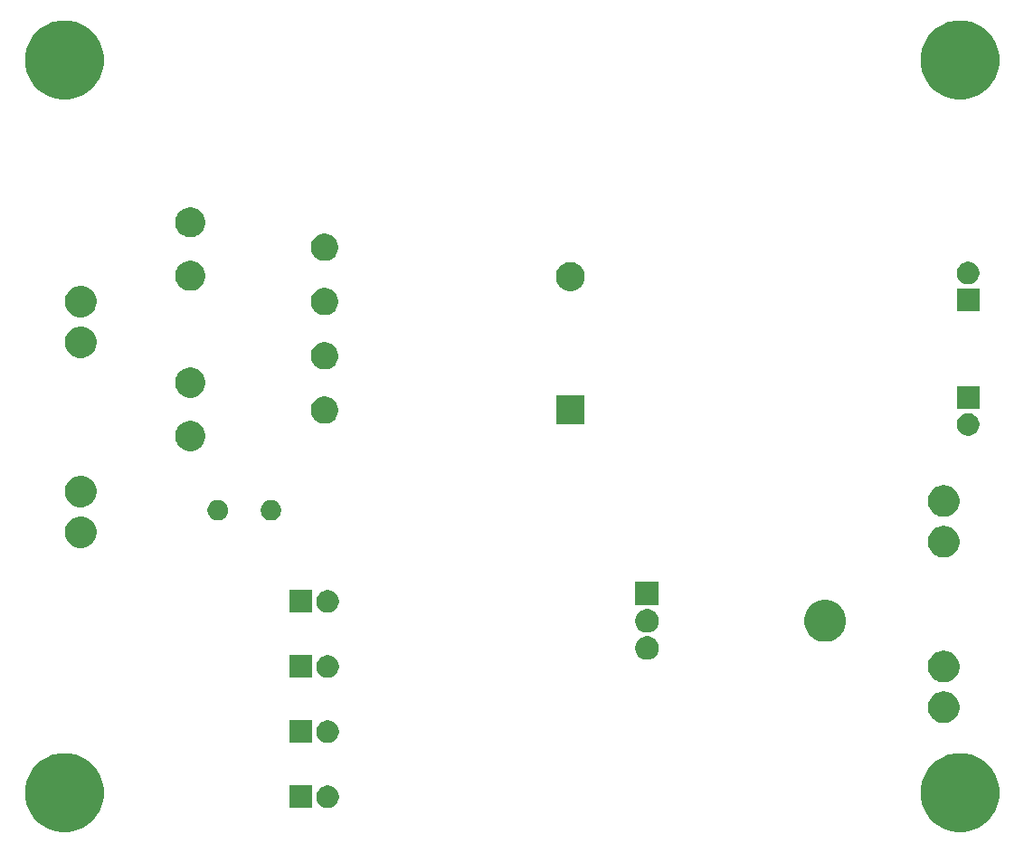
<source format=gbr>
G04 #@! TF.GenerationSoftware,KiCad,Pcbnew,(5.1.5)-3*
G04 #@! TF.CreationDate,2020-06-10T18:28:01-04:00*
G04 #@! TF.ProjectId,DC-Supply-170V-v1,44432d53-7570-4706-9c79-2d313730562d,rev?*
G04 #@! TF.SameCoordinates,Original*
G04 #@! TF.FileFunction,Soldermask,Bot*
G04 #@! TF.FilePolarity,Negative*
%FSLAX46Y46*%
G04 Gerber Fmt 4.6, Leading zero omitted, Abs format (unit mm)*
G04 Created by KiCad (PCBNEW (5.1.5)-3) date 2020-06-10 18:28:01*
%MOMM*%
%LPD*%
G04 APERTURE LIST*
%ADD10C,0.100000*%
G04 APERTURE END LIST*
D10*
G36*
X163637996Y-110746324D02*
G01*
X164310570Y-111024913D01*
X164915871Y-111429362D01*
X165430638Y-111944129D01*
X165835087Y-112549430D01*
X166113676Y-113222004D01*
X166255700Y-113936005D01*
X166255700Y-114663995D01*
X166113676Y-115377996D01*
X165835087Y-116050570D01*
X165430638Y-116655871D01*
X164915871Y-117170638D01*
X164310570Y-117575087D01*
X163637996Y-117853676D01*
X162923995Y-117995700D01*
X162196005Y-117995700D01*
X161482004Y-117853676D01*
X160809430Y-117575087D01*
X160204129Y-117170638D01*
X159689362Y-116655871D01*
X159284913Y-116050570D01*
X159006324Y-115377996D01*
X158864300Y-114663995D01*
X158864300Y-113936005D01*
X159006324Y-113222004D01*
X159284913Y-112549430D01*
X159689362Y-111944129D01*
X160204129Y-111429362D01*
X160809430Y-111024913D01*
X161482004Y-110746324D01*
X162196005Y-110604300D01*
X162923995Y-110604300D01*
X163637996Y-110746324D01*
G37*
G36*
X79817996Y-110746324D02*
G01*
X80490570Y-111024913D01*
X81095871Y-111429362D01*
X81610638Y-111944129D01*
X82015087Y-112549430D01*
X82293676Y-113222004D01*
X82435700Y-113936005D01*
X82435700Y-114663995D01*
X82293676Y-115377996D01*
X82015087Y-116050570D01*
X81610638Y-116655871D01*
X81095871Y-117170638D01*
X80490570Y-117575087D01*
X79817996Y-117853676D01*
X79103995Y-117995700D01*
X78376005Y-117995700D01*
X77662004Y-117853676D01*
X76989430Y-117575087D01*
X76384129Y-117170638D01*
X75869362Y-116655871D01*
X75464913Y-116050570D01*
X75186324Y-115377996D01*
X75044300Y-114663995D01*
X75044300Y-113936005D01*
X75186324Y-113222004D01*
X75464913Y-112549430D01*
X75869362Y-111944129D01*
X76384129Y-111429362D01*
X76989430Y-111024913D01*
X77662004Y-110746324D01*
X78376005Y-110604300D01*
X79103995Y-110604300D01*
X79817996Y-110746324D01*
G37*
G36*
X101891200Y-115734200D02*
G01*
X99784800Y-115734200D01*
X99784800Y-113627800D01*
X101891200Y-113627800D01*
X101891200Y-115734200D01*
G37*
G36*
X103685207Y-113668274D02*
G01*
X103876877Y-113747666D01*
X104049376Y-113862926D01*
X104196074Y-114009624D01*
X104311334Y-114182123D01*
X104390726Y-114373793D01*
X104431200Y-114577269D01*
X104431200Y-114784731D01*
X104390726Y-114988207D01*
X104311334Y-115179877D01*
X104196074Y-115352376D01*
X104049376Y-115499074D01*
X103876877Y-115614334D01*
X103685207Y-115693726D01*
X103481731Y-115734200D01*
X103274269Y-115734200D01*
X103070793Y-115693726D01*
X102879123Y-115614334D01*
X102706624Y-115499074D01*
X102559926Y-115352376D01*
X102444666Y-115179877D01*
X102365274Y-114988207D01*
X102324800Y-114784731D01*
X102324800Y-114577269D01*
X102365274Y-114373793D01*
X102444666Y-114182123D01*
X102559926Y-114009624D01*
X102706624Y-113862926D01*
X102879123Y-113747666D01*
X103070793Y-113668274D01*
X103274269Y-113627800D01*
X103481731Y-113627800D01*
X103685207Y-113668274D01*
G37*
G36*
X101891200Y-109638200D02*
G01*
X99784800Y-109638200D01*
X99784800Y-107531800D01*
X101891200Y-107531800D01*
X101891200Y-109638200D01*
G37*
G36*
X103685207Y-107572274D02*
G01*
X103876877Y-107651666D01*
X104049376Y-107766926D01*
X104196074Y-107913624D01*
X104311334Y-108086123D01*
X104390726Y-108277793D01*
X104431200Y-108481269D01*
X104431200Y-108688731D01*
X104390726Y-108892207D01*
X104311334Y-109083877D01*
X104196074Y-109256376D01*
X104049376Y-109403074D01*
X103876877Y-109518334D01*
X103685207Y-109597726D01*
X103481731Y-109638200D01*
X103274269Y-109638200D01*
X103070793Y-109597726D01*
X102879123Y-109518334D01*
X102706624Y-109403074D01*
X102559926Y-109256376D01*
X102444666Y-109083877D01*
X102365274Y-108892207D01*
X102324800Y-108688731D01*
X102324800Y-108481269D01*
X102365274Y-108277793D01*
X102444666Y-108086123D01*
X102559926Y-107913624D01*
X102706624Y-107766926D01*
X102879123Y-107651666D01*
X103070793Y-107572274D01*
X103274269Y-107531800D01*
X103481731Y-107531800D01*
X103685207Y-107572274D01*
G37*
G36*
X161237711Y-104837061D02*
G01*
X161465716Y-104882413D01*
X161733822Y-104993467D01*
X161733823Y-104993468D01*
X161975111Y-105154691D01*
X162180309Y-105359889D01*
X162288035Y-105521113D01*
X162341533Y-105601178D01*
X162452587Y-105869284D01*
X162509200Y-106153903D01*
X162509200Y-106444097D01*
X162452587Y-106728716D01*
X162397059Y-106862770D01*
X162341533Y-106996822D01*
X162341532Y-106996823D01*
X162180309Y-107238111D01*
X161975111Y-107443309D01*
X161842674Y-107531800D01*
X161733822Y-107604533D01*
X161620033Y-107651666D01*
X161465716Y-107715587D01*
X161237711Y-107760939D01*
X161181098Y-107772200D01*
X160890902Y-107772200D01*
X160834289Y-107760939D01*
X160606284Y-107715587D01*
X160451967Y-107651666D01*
X160338178Y-107604533D01*
X160229326Y-107531800D01*
X160096889Y-107443309D01*
X159891691Y-107238111D01*
X159730468Y-106996823D01*
X159730467Y-106996822D01*
X159674941Y-106862770D01*
X159619413Y-106728716D01*
X159562800Y-106444097D01*
X159562800Y-106153903D01*
X159619413Y-105869284D01*
X159730467Y-105601178D01*
X159783965Y-105521113D01*
X159891691Y-105359889D01*
X160096889Y-105154691D01*
X160338177Y-104993468D01*
X160338178Y-104993467D01*
X160472230Y-104937941D01*
X160606284Y-104882413D01*
X160834289Y-104837061D01*
X160890902Y-104825800D01*
X161181098Y-104825800D01*
X161237711Y-104837061D01*
G37*
G36*
X161237711Y-101027061D02*
G01*
X161465716Y-101072413D01*
X161733822Y-101183467D01*
X161733823Y-101183468D01*
X161975111Y-101344691D01*
X162180309Y-101549889D01*
X162226294Y-101618711D01*
X162341533Y-101791178D01*
X162372111Y-101865000D01*
X162452587Y-102059284D01*
X162509200Y-102343903D01*
X162509200Y-102634097D01*
X162452587Y-102918716D01*
X162423939Y-102987877D01*
X162341533Y-103186822D01*
X162341532Y-103186823D01*
X162180309Y-103428111D01*
X161975111Y-103633309D01*
X161813887Y-103741035D01*
X161733822Y-103794533D01*
X161599770Y-103850059D01*
X161465716Y-103905587D01*
X161237711Y-103950939D01*
X161181098Y-103962200D01*
X160890902Y-103962200D01*
X160834289Y-103950939D01*
X160606284Y-103905587D01*
X160472230Y-103850059D01*
X160338178Y-103794533D01*
X160258113Y-103741035D01*
X160096889Y-103633309D01*
X159891691Y-103428111D01*
X159730468Y-103186823D01*
X159730467Y-103186822D01*
X159648061Y-102987877D01*
X159619413Y-102918716D01*
X159562800Y-102634097D01*
X159562800Y-102343903D01*
X159619413Y-102059284D01*
X159699889Y-101865000D01*
X159730467Y-101791178D01*
X159845706Y-101618711D01*
X159891691Y-101549889D01*
X160096889Y-101344691D01*
X160338177Y-101183468D01*
X160338178Y-101183467D01*
X160472230Y-101127941D01*
X160606284Y-101072413D01*
X160834289Y-101027061D01*
X160890902Y-101015800D01*
X161181098Y-101015800D01*
X161237711Y-101027061D01*
G37*
G36*
X103685207Y-101476274D02*
G01*
X103876877Y-101555666D01*
X104049376Y-101670926D01*
X104196074Y-101817624D01*
X104311334Y-101990123D01*
X104390726Y-102181793D01*
X104431200Y-102385269D01*
X104431200Y-102592731D01*
X104390726Y-102796207D01*
X104311334Y-102987877D01*
X104196074Y-103160376D01*
X104049376Y-103307074D01*
X103876877Y-103422334D01*
X103685207Y-103501726D01*
X103481731Y-103542200D01*
X103274269Y-103542200D01*
X103070793Y-103501726D01*
X102879123Y-103422334D01*
X102706624Y-103307074D01*
X102559926Y-103160376D01*
X102444666Y-102987877D01*
X102365274Y-102796207D01*
X102324800Y-102592731D01*
X102324800Y-102385269D01*
X102365274Y-102181793D01*
X102444666Y-101990123D01*
X102559926Y-101817624D01*
X102706624Y-101670926D01*
X102879123Y-101555666D01*
X103070793Y-101476274D01*
X103274269Y-101435800D01*
X103481731Y-101435800D01*
X103685207Y-101476274D01*
G37*
G36*
X101891200Y-103542200D02*
G01*
X99784800Y-103542200D01*
X99784800Y-101435800D01*
X101891200Y-101435800D01*
X101891200Y-103542200D01*
G37*
G36*
X133595592Y-99700995D02*
G01*
X133796361Y-99784157D01*
X133977049Y-99904889D01*
X134130711Y-100058551D01*
X134251443Y-100239239D01*
X134334605Y-100440008D01*
X134377000Y-100653144D01*
X134377000Y-100870456D01*
X134334605Y-101083592D01*
X134251443Y-101284361D01*
X134130711Y-101465049D01*
X133977049Y-101618711D01*
X133796361Y-101739443D01*
X133595592Y-101822605D01*
X133382456Y-101865000D01*
X133165144Y-101865000D01*
X132952008Y-101822605D01*
X132751239Y-101739443D01*
X132570551Y-101618711D01*
X132416889Y-101465049D01*
X132296157Y-101284361D01*
X132212995Y-101083592D01*
X132170600Y-100870456D01*
X132170600Y-100653144D01*
X132212995Y-100440008D01*
X132296157Y-100239239D01*
X132416889Y-100058551D01*
X132570551Y-99904889D01*
X132751239Y-99784157D01*
X132952008Y-99700995D01*
X133165144Y-99658600D01*
X133382456Y-99658600D01*
X133595592Y-99700995D01*
G37*
G36*
X150503528Y-96343660D02*
G01*
X150858987Y-96490896D01*
X151178893Y-96704650D01*
X151450950Y-96976707D01*
X151664704Y-97296613D01*
X151811940Y-97652072D01*
X151887000Y-98029427D01*
X151887000Y-98414173D01*
X151811940Y-98791528D01*
X151664704Y-99146987D01*
X151450950Y-99466893D01*
X151178893Y-99738950D01*
X150858987Y-99952704D01*
X150503528Y-100099940D01*
X150126173Y-100175000D01*
X149741427Y-100175000D01*
X149364072Y-100099940D01*
X149008613Y-99952704D01*
X148688707Y-99738950D01*
X148416650Y-99466893D01*
X148202896Y-99146987D01*
X148055660Y-98791528D01*
X147980600Y-98414173D01*
X147980600Y-98029427D01*
X148055660Y-97652072D01*
X148202896Y-97296613D01*
X148416650Y-96976707D01*
X148688707Y-96704650D01*
X149008613Y-96490896D01*
X149364072Y-96343660D01*
X149741427Y-96268600D01*
X150126173Y-96268600D01*
X150503528Y-96343660D01*
G37*
G36*
X133595592Y-97160995D02*
G01*
X133796361Y-97244157D01*
X133977049Y-97364889D01*
X134130711Y-97518551D01*
X134251443Y-97699239D01*
X134334605Y-97900008D01*
X134377000Y-98113144D01*
X134377000Y-98330456D01*
X134334605Y-98543592D01*
X134251443Y-98744361D01*
X134130711Y-98925049D01*
X133977049Y-99078711D01*
X133796361Y-99199443D01*
X133595592Y-99282605D01*
X133382456Y-99325000D01*
X133165144Y-99325000D01*
X132952008Y-99282605D01*
X132751239Y-99199443D01*
X132570551Y-99078711D01*
X132416889Y-98925049D01*
X132296157Y-98744361D01*
X132212995Y-98543592D01*
X132170600Y-98330456D01*
X132170600Y-98113144D01*
X132212995Y-97900008D01*
X132296157Y-97699239D01*
X132416889Y-97518551D01*
X132570551Y-97364889D01*
X132751239Y-97244157D01*
X132952008Y-97160995D01*
X133165144Y-97118600D01*
X133382456Y-97118600D01*
X133595592Y-97160995D01*
G37*
G36*
X103685207Y-95380274D02*
G01*
X103876877Y-95459666D01*
X104049376Y-95574926D01*
X104196074Y-95721624D01*
X104311334Y-95894123D01*
X104390726Y-96085793D01*
X104431200Y-96289269D01*
X104431200Y-96496731D01*
X104390726Y-96700207D01*
X104311334Y-96891877D01*
X104196074Y-97064376D01*
X104049376Y-97211074D01*
X103876877Y-97326334D01*
X103685207Y-97405726D01*
X103481731Y-97446200D01*
X103274269Y-97446200D01*
X103070793Y-97405726D01*
X102879123Y-97326334D01*
X102706624Y-97211074D01*
X102559926Y-97064376D01*
X102444666Y-96891877D01*
X102365274Y-96700207D01*
X102324800Y-96496731D01*
X102324800Y-96289269D01*
X102365274Y-96085793D01*
X102444666Y-95894123D01*
X102559926Y-95721624D01*
X102706624Y-95574926D01*
X102879123Y-95459666D01*
X103070793Y-95380274D01*
X103274269Y-95339800D01*
X103481731Y-95339800D01*
X103685207Y-95380274D01*
G37*
G36*
X101891200Y-97446200D02*
G01*
X99784800Y-97446200D01*
X99784800Y-95339800D01*
X101891200Y-95339800D01*
X101891200Y-97446200D01*
G37*
G36*
X134377000Y-96785000D02*
G01*
X132170600Y-96785000D01*
X132170600Y-94578600D01*
X134377000Y-94578600D01*
X134377000Y-96785000D01*
G37*
G36*
X161237711Y-89343061D02*
G01*
X161465716Y-89388413D01*
X161733822Y-89499467D01*
X161733823Y-89499468D01*
X161975111Y-89660691D01*
X162180309Y-89865889D01*
X162288035Y-90027113D01*
X162341533Y-90107178D01*
X162397059Y-90241230D01*
X162452587Y-90375284D01*
X162509200Y-90659903D01*
X162509200Y-90950097D01*
X162452587Y-91234716D01*
X162412047Y-91332586D01*
X162341533Y-91502822D01*
X162341532Y-91502823D01*
X162180309Y-91744111D01*
X161975111Y-91949309D01*
X161813887Y-92057035D01*
X161733822Y-92110533D01*
X161599770Y-92166059D01*
X161465716Y-92221587D01*
X161237711Y-92266939D01*
X161181098Y-92278200D01*
X160890902Y-92278200D01*
X160834289Y-92266939D01*
X160606284Y-92221587D01*
X160338178Y-92110533D01*
X160258113Y-92057035D01*
X160096889Y-91949309D01*
X159891691Y-91744111D01*
X159730468Y-91502823D01*
X159730467Y-91502822D01*
X159659953Y-91332586D01*
X159619413Y-91234716D01*
X159562800Y-90950097D01*
X159562800Y-90659903D01*
X159619413Y-90375284D01*
X159674941Y-90241230D01*
X159730467Y-90107178D01*
X159783965Y-90027113D01*
X159891691Y-89865889D01*
X160096889Y-89660691D01*
X160338177Y-89499468D01*
X160338178Y-89499467D01*
X160472230Y-89443941D01*
X160606284Y-89388413D01*
X160834289Y-89343061D01*
X160890902Y-89331800D01*
X161181098Y-89331800D01*
X161237711Y-89343061D01*
G37*
G36*
X80465711Y-88454061D02*
G01*
X80693716Y-88499413D01*
X80827770Y-88554941D01*
X80961822Y-88610467D01*
X80961823Y-88610468D01*
X81203111Y-88771691D01*
X81408309Y-88976889D01*
X81516035Y-89138113D01*
X81569533Y-89218178D01*
X81616597Y-89331800D01*
X81680587Y-89486284D01*
X81737200Y-89770903D01*
X81737200Y-90061097D01*
X81680587Y-90345716D01*
X81668339Y-90375284D01*
X81569533Y-90613822D01*
X81516035Y-90693887D01*
X81408309Y-90855111D01*
X81203111Y-91060309D01*
X81041887Y-91168035D01*
X80961822Y-91221533D01*
X80693716Y-91332587D01*
X80465711Y-91377939D01*
X80409098Y-91389200D01*
X80118902Y-91389200D01*
X80062289Y-91377939D01*
X79834284Y-91332587D01*
X79566178Y-91221533D01*
X79486113Y-91168035D01*
X79324889Y-91060309D01*
X79119691Y-90855111D01*
X79011965Y-90693887D01*
X78958467Y-90613822D01*
X78859661Y-90375284D01*
X78847413Y-90345716D01*
X78790800Y-90061097D01*
X78790800Y-89770903D01*
X78847413Y-89486284D01*
X78911403Y-89331800D01*
X78958467Y-89218178D01*
X79011965Y-89138113D01*
X79119691Y-88976889D01*
X79324889Y-88771691D01*
X79566177Y-88610468D01*
X79566178Y-88610467D01*
X79834284Y-88499413D01*
X80062289Y-88454061D01*
X80118902Y-88442800D01*
X80409098Y-88442800D01*
X80465711Y-88454061D01*
G37*
G36*
X98201555Y-86900778D02*
G01*
X98350937Y-86930491D01*
X98415824Y-86957369D01*
X98526594Y-87003251D01*
X98684679Y-87108880D01*
X98819120Y-87243321D01*
X98924749Y-87401406D01*
X98970631Y-87512176D01*
X98997509Y-87577063D01*
X99034600Y-87763537D01*
X99034600Y-87953663D01*
X98997509Y-88140137D01*
X98970631Y-88205024D01*
X98924749Y-88315794D01*
X98819120Y-88473879D01*
X98684679Y-88608320D01*
X98526594Y-88713949D01*
X98415824Y-88759831D01*
X98350937Y-88786709D01*
X98201555Y-88816422D01*
X98164464Y-88823800D01*
X97974336Y-88823800D01*
X97937245Y-88816422D01*
X97787863Y-88786709D01*
X97722976Y-88759831D01*
X97612206Y-88713949D01*
X97454121Y-88608320D01*
X97319680Y-88473879D01*
X97214051Y-88315794D01*
X97168169Y-88205024D01*
X97141291Y-88140137D01*
X97104200Y-87953663D01*
X97104200Y-87763537D01*
X97141291Y-87577063D01*
X97168169Y-87512176D01*
X97214051Y-87401406D01*
X97319680Y-87243321D01*
X97454121Y-87108880D01*
X97612206Y-87003251D01*
X97722976Y-86957369D01*
X97787863Y-86930491D01*
X97937245Y-86900778D01*
X97974336Y-86893400D01*
X98164464Y-86893400D01*
X98201555Y-86900778D01*
G37*
G36*
X93223155Y-86900778D02*
G01*
X93372537Y-86930491D01*
X93437424Y-86957369D01*
X93548194Y-87003251D01*
X93706279Y-87108880D01*
X93840720Y-87243321D01*
X93946349Y-87401406D01*
X93992231Y-87512176D01*
X94019109Y-87577063D01*
X94056200Y-87763537D01*
X94056200Y-87953663D01*
X94019109Y-88140137D01*
X93992231Y-88205024D01*
X93946349Y-88315794D01*
X93840720Y-88473879D01*
X93706279Y-88608320D01*
X93548194Y-88713949D01*
X93437424Y-88759831D01*
X93372537Y-88786709D01*
X93223155Y-88816422D01*
X93186064Y-88823800D01*
X92995936Y-88823800D01*
X92958845Y-88816422D01*
X92809463Y-88786709D01*
X92744576Y-88759831D01*
X92633806Y-88713949D01*
X92475721Y-88608320D01*
X92341280Y-88473879D01*
X92235651Y-88315794D01*
X92189769Y-88205024D01*
X92162891Y-88140137D01*
X92125800Y-87953663D01*
X92125800Y-87763537D01*
X92162891Y-87577063D01*
X92189769Y-87512176D01*
X92235651Y-87401406D01*
X92341280Y-87243321D01*
X92475721Y-87108880D01*
X92633806Y-87003251D01*
X92744576Y-86957369D01*
X92809463Y-86930491D01*
X92958845Y-86900778D01*
X92995936Y-86893400D01*
X93186064Y-86893400D01*
X93223155Y-86900778D01*
G37*
G36*
X161237711Y-85533061D02*
G01*
X161465716Y-85578413D01*
X161599770Y-85633941D01*
X161733822Y-85689467D01*
X161733823Y-85689468D01*
X161975111Y-85850691D01*
X162180309Y-86055889D01*
X162288035Y-86217113D01*
X162341533Y-86297178D01*
X162397059Y-86431230D01*
X162452587Y-86565284D01*
X162509200Y-86849903D01*
X162509200Y-87140097D01*
X162452587Y-87424716D01*
X162412047Y-87522586D01*
X162341533Y-87692822D01*
X162341532Y-87692823D01*
X162180309Y-87934111D01*
X161975111Y-88139309D01*
X161813887Y-88247035D01*
X161733822Y-88300533D01*
X161599770Y-88356059D01*
X161465716Y-88411587D01*
X161237711Y-88456939D01*
X161181098Y-88468200D01*
X160890902Y-88468200D01*
X160834289Y-88456939D01*
X160606284Y-88411587D01*
X160472230Y-88356059D01*
X160338178Y-88300533D01*
X160258113Y-88247035D01*
X160096889Y-88139309D01*
X159891691Y-87934111D01*
X159730468Y-87692823D01*
X159730467Y-87692822D01*
X159659953Y-87522586D01*
X159619413Y-87424716D01*
X159562800Y-87140097D01*
X159562800Y-86849903D01*
X159619413Y-86565284D01*
X159674941Y-86431230D01*
X159730467Y-86297178D01*
X159783965Y-86217113D01*
X159891691Y-86055889D01*
X160096889Y-85850691D01*
X160338177Y-85689468D01*
X160338178Y-85689467D01*
X160472230Y-85633941D01*
X160606284Y-85578413D01*
X160834289Y-85533061D01*
X160890902Y-85521800D01*
X161181098Y-85521800D01*
X161237711Y-85533061D01*
G37*
G36*
X80465711Y-84644061D02*
G01*
X80693716Y-84689413D01*
X80827770Y-84744941D01*
X80961822Y-84800467D01*
X80961823Y-84800468D01*
X81203111Y-84961691D01*
X81408309Y-85166889D01*
X81516035Y-85328113D01*
X81569533Y-85408178D01*
X81616597Y-85521800D01*
X81680587Y-85676284D01*
X81737200Y-85960903D01*
X81737200Y-86251097D01*
X81680587Y-86535716D01*
X81668339Y-86565284D01*
X81569533Y-86803822D01*
X81516035Y-86883887D01*
X81408309Y-87045111D01*
X81203111Y-87250309D01*
X81041887Y-87358035D01*
X80961822Y-87411533D01*
X80827770Y-87467059D01*
X80693716Y-87522587D01*
X80465711Y-87567939D01*
X80409098Y-87579200D01*
X80118902Y-87579200D01*
X80062289Y-87567939D01*
X79834284Y-87522587D01*
X79566178Y-87411533D01*
X79486113Y-87358035D01*
X79324889Y-87250309D01*
X79119691Y-87045111D01*
X79011965Y-86883887D01*
X78958467Y-86803822D01*
X78859661Y-86565284D01*
X78847413Y-86535716D01*
X78790800Y-86251097D01*
X78790800Y-85960903D01*
X78847413Y-85676284D01*
X78911403Y-85521800D01*
X78958467Y-85408178D01*
X79011965Y-85328113D01*
X79119691Y-85166889D01*
X79324889Y-84961691D01*
X79566177Y-84800468D01*
X79566178Y-84800467D01*
X79700230Y-84744941D01*
X79834284Y-84689413D01*
X80062289Y-84644061D01*
X80118902Y-84632800D01*
X80409098Y-84632800D01*
X80465711Y-84644061D01*
G37*
G36*
X90936794Y-79553674D02*
G01*
X91193343Y-79659940D01*
X91424231Y-79814214D01*
X91620586Y-80010569D01*
X91774860Y-80241457D01*
X91881126Y-80498006D01*
X91935300Y-80770357D01*
X91935300Y-81048043D01*
X91881126Y-81320394D01*
X91774860Y-81576943D01*
X91620586Y-81807831D01*
X91424231Y-82004186D01*
X91193343Y-82158460D01*
X90936794Y-82264726D01*
X90664443Y-82318900D01*
X90386757Y-82318900D01*
X90114406Y-82264726D01*
X89857857Y-82158460D01*
X89626969Y-82004186D01*
X89430614Y-81807831D01*
X89276340Y-81576943D01*
X89170074Y-81320394D01*
X89115900Y-81048043D01*
X89115900Y-80770357D01*
X89170074Y-80498006D01*
X89276340Y-80241457D01*
X89430614Y-80010569D01*
X89626969Y-79814214D01*
X89857857Y-79659940D01*
X90114406Y-79553674D01*
X90386757Y-79499500D01*
X90664443Y-79499500D01*
X90936794Y-79553674D01*
G37*
G36*
X163629207Y-78819474D02*
G01*
X163820877Y-78898866D01*
X163993376Y-79014126D01*
X164140074Y-79160824D01*
X164255334Y-79333323D01*
X164334726Y-79524993D01*
X164375200Y-79728469D01*
X164375200Y-79935931D01*
X164334726Y-80139407D01*
X164255334Y-80331077D01*
X164140074Y-80503576D01*
X163993376Y-80650274D01*
X163820877Y-80765534D01*
X163629207Y-80844926D01*
X163425731Y-80885400D01*
X163218269Y-80885400D01*
X163014793Y-80844926D01*
X162823123Y-80765534D01*
X162650624Y-80650274D01*
X162503926Y-80503576D01*
X162388666Y-80331077D01*
X162309274Y-80139407D01*
X162268800Y-79935931D01*
X162268800Y-79728469D01*
X162309274Y-79524993D01*
X162388666Y-79333323D01*
X162503926Y-79160824D01*
X162650624Y-79014126D01*
X162823123Y-78898866D01*
X163014793Y-78819474D01*
X163218269Y-78779000D01*
X163425731Y-78779000D01*
X163629207Y-78819474D01*
G37*
G36*
X127431800Y-79832200D02*
G01*
X124739400Y-79832200D01*
X124739400Y-77139800D01*
X127431800Y-77139800D01*
X127431800Y-79832200D01*
G37*
G36*
X103472750Y-77252594D02*
G01*
X103706186Y-77349286D01*
X103916274Y-77489662D01*
X104094938Y-77668326D01*
X104235314Y-77878414D01*
X104332006Y-78111850D01*
X104381300Y-78359666D01*
X104381300Y-78612334D01*
X104332006Y-78860150D01*
X104235314Y-79093586D01*
X104094938Y-79303674D01*
X103916274Y-79482338D01*
X103809510Y-79553675D01*
X103706186Y-79622714D01*
X103472750Y-79719406D01*
X103224935Y-79768700D01*
X102972265Y-79768700D01*
X102724450Y-79719406D01*
X102491014Y-79622714D01*
X102387690Y-79553675D01*
X102280926Y-79482338D01*
X102102262Y-79303674D01*
X101961886Y-79093586D01*
X101865194Y-78860150D01*
X101815900Y-78612334D01*
X101815900Y-78359666D01*
X101865194Y-78111850D01*
X101961886Y-77878414D01*
X102102262Y-77668326D01*
X102280926Y-77489662D01*
X102491014Y-77349286D01*
X102724450Y-77252594D01*
X102972265Y-77203300D01*
X103224935Y-77203300D01*
X103472750Y-77252594D01*
G37*
G36*
X164375200Y-78345400D02*
G01*
X162268800Y-78345400D01*
X162268800Y-76239000D01*
X164375200Y-76239000D01*
X164375200Y-78345400D01*
G37*
G36*
X90936794Y-74553674D02*
G01*
X91193343Y-74659940D01*
X91424231Y-74814214D01*
X91620586Y-75010569D01*
X91774860Y-75241457D01*
X91881126Y-75498006D01*
X91935300Y-75770357D01*
X91935300Y-76048043D01*
X91881126Y-76320394D01*
X91774860Y-76576943D01*
X91620586Y-76807831D01*
X91424231Y-77004186D01*
X91193343Y-77158460D01*
X90936794Y-77264726D01*
X90664443Y-77318900D01*
X90386757Y-77318900D01*
X90114406Y-77264726D01*
X89857857Y-77158460D01*
X89626969Y-77004186D01*
X89430614Y-76807831D01*
X89276340Y-76576943D01*
X89170074Y-76320394D01*
X89115900Y-76048043D01*
X89115900Y-75770357D01*
X89170074Y-75498006D01*
X89276340Y-75241457D01*
X89430614Y-75010569D01*
X89626969Y-74814214D01*
X89857857Y-74659940D01*
X90114406Y-74553674D01*
X90386757Y-74499500D01*
X90664443Y-74499500D01*
X90936794Y-74553674D01*
G37*
G36*
X103472750Y-72172594D02*
G01*
X103706186Y-72269286D01*
X103916274Y-72409662D01*
X104094938Y-72588326D01*
X104235314Y-72798414D01*
X104332006Y-73031850D01*
X104381300Y-73279665D01*
X104381300Y-73532335D01*
X104366010Y-73609200D01*
X104332006Y-73780150D01*
X104235314Y-74013586D01*
X104094938Y-74223674D01*
X103916274Y-74402338D01*
X103770860Y-74499500D01*
X103706186Y-74542714D01*
X103472750Y-74639406D01*
X103224935Y-74688700D01*
X102972265Y-74688700D01*
X102724450Y-74639406D01*
X102491014Y-74542714D01*
X102426340Y-74499500D01*
X102280926Y-74402338D01*
X102102262Y-74223674D01*
X101961886Y-74013586D01*
X101865194Y-73780150D01*
X101831190Y-73609200D01*
X101815900Y-73532335D01*
X101815900Y-73279665D01*
X101865194Y-73031850D01*
X101961886Y-72798414D01*
X102102262Y-72588326D01*
X102280926Y-72409662D01*
X102491014Y-72269286D01*
X102724450Y-72172594D01*
X102972265Y-72123300D01*
X103224935Y-72123300D01*
X103472750Y-72172594D01*
G37*
G36*
X80465711Y-70674061D02*
G01*
X80693716Y-70719413D01*
X80827770Y-70774941D01*
X80961822Y-70830467D01*
X80961823Y-70830468D01*
X81203111Y-70991691D01*
X81408309Y-71196889D01*
X81516035Y-71358113D01*
X81569533Y-71438178D01*
X81680587Y-71706284D01*
X81737200Y-71990903D01*
X81737200Y-72281097D01*
X81680587Y-72565716D01*
X81671221Y-72588327D01*
X81569533Y-72833822D01*
X81569532Y-72833823D01*
X81408309Y-73075111D01*
X81203111Y-73280309D01*
X81041887Y-73388035D01*
X80961822Y-73441533D01*
X80827770Y-73497059D01*
X80693716Y-73552587D01*
X80465711Y-73597939D01*
X80409098Y-73609200D01*
X80118902Y-73609200D01*
X80062289Y-73597939D01*
X79834284Y-73552587D01*
X79700230Y-73497059D01*
X79566178Y-73441533D01*
X79486113Y-73388035D01*
X79324889Y-73280309D01*
X79119691Y-73075111D01*
X78958468Y-72833823D01*
X78958467Y-72833822D01*
X78856779Y-72588327D01*
X78847413Y-72565716D01*
X78790800Y-72281097D01*
X78790800Y-71990903D01*
X78847413Y-71706284D01*
X78958467Y-71438178D01*
X79011965Y-71358113D01*
X79119691Y-71196889D01*
X79324889Y-70991691D01*
X79566177Y-70830468D01*
X79566178Y-70830467D01*
X79700230Y-70774941D01*
X79834284Y-70719413D01*
X80062289Y-70674061D01*
X80118902Y-70662800D01*
X80409098Y-70662800D01*
X80465711Y-70674061D01*
G37*
G36*
X80465711Y-66864061D02*
G01*
X80693716Y-66909413D01*
X80827770Y-66964941D01*
X80961822Y-67020467D01*
X80961823Y-67020468D01*
X81203111Y-67181691D01*
X81408309Y-67386889D01*
X81489450Y-67508326D01*
X81569533Y-67628178D01*
X81606910Y-67718414D01*
X81680587Y-67896284D01*
X81737200Y-68180903D01*
X81737200Y-68471097D01*
X81680587Y-68755716D01*
X81625059Y-68889770D01*
X81569533Y-69023822D01*
X81569532Y-69023823D01*
X81408309Y-69265111D01*
X81203111Y-69470309D01*
X81041887Y-69578035D01*
X80961822Y-69631533D01*
X80693716Y-69742587D01*
X80465711Y-69787939D01*
X80409098Y-69799200D01*
X80118902Y-69799200D01*
X80062289Y-69787939D01*
X79834284Y-69742587D01*
X79566178Y-69631533D01*
X79486113Y-69578035D01*
X79324889Y-69470309D01*
X79119691Y-69265111D01*
X78958468Y-69023823D01*
X78958467Y-69023822D01*
X78902941Y-68889770D01*
X78847413Y-68755716D01*
X78790800Y-68471097D01*
X78790800Y-68180903D01*
X78847413Y-67896284D01*
X78921090Y-67718414D01*
X78958467Y-67628178D01*
X79038550Y-67508326D01*
X79119691Y-67386889D01*
X79324889Y-67181691D01*
X79566177Y-67020468D01*
X79566178Y-67020467D01*
X79700230Y-66964941D01*
X79834284Y-66909413D01*
X80062289Y-66864061D01*
X80118902Y-66852800D01*
X80409098Y-66852800D01*
X80465711Y-66864061D01*
G37*
G36*
X103472750Y-67092594D02*
G01*
X103706186Y-67189286D01*
X103916274Y-67329662D01*
X104094938Y-67508326D01*
X104235314Y-67718414D01*
X104332006Y-67951850D01*
X104381300Y-68199666D01*
X104381300Y-68452334D01*
X104332006Y-68700150D01*
X104235314Y-68933586D01*
X104094938Y-69143674D01*
X103916274Y-69322338D01*
X103706186Y-69462714D01*
X103472750Y-69559406D01*
X103224935Y-69608700D01*
X102972265Y-69608700D01*
X102724450Y-69559406D01*
X102491014Y-69462714D01*
X102280926Y-69322338D01*
X102102262Y-69143674D01*
X101961886Y-68933586D01*
X101865194Y-68700150D01*
X101815900Y-68452334D01*
X101815900Y-68199666D01*
X101865194Y-67951850D01*
X101961886Y-67718414D01*
X102102262Y-67508326D01*
X102280926Y-67329662D01*
X102491014Y-67189286D01*
X102724450Y-67092594D01*
X102972265Y-67043300D01*
X103224935Y-67043300D01*
X103472750Y-67092594D01*
G37*
G36*
X164375200Y-69252200D02*
G01*
X162268800Y-69252200D01*
X162268800Y-67145800D01*
X164375200Y-67145800D01*
X164375200Y-69252200D01*
G37*
G36*
X126478272Y-64691533D02*
G01*
X126723265Y-64793013D01*
X126943753Y-64940338D01*
X127131262Y-65127847D01*
X127278587Y-65348335D01*
X127380067Y-65593328D01*
X127431800Y-65853411D01*
X127431800Y-66118589D01*
X127380067Y-66378672D01*
X127278587Y-66623665D01*
X127131262Y-66844153D01*
X126943753Y-67031662D01*
X126723265Y-67178987D01*
X126478272Y-67280467D01*
X126218189Y-67332200D01*
X125953011Y-67332200D01*
X125692928Y-67280467D01*
X125447935Y-67178987D01*
X125227447Y-67031662D01*
X125039938Y-66844153D01*
X124892613Y-66623665D01*
X124791133Y-66378672D01*
X124739400Y-66118589D01*
X124739400Y-65853411D01*
X124791133Y-65593328D01*
X124892613Y-65348335D01*
X125039938Y-65127847D01*
X125227447Y-64940338D01*
X125447935Y-64793013D01*
X125692928Y-64691533D01*
X125953011Y-64639800D01*
X126218189Y-64639800D01*
X126478272Y-64691533D01*
G37*
G36*
X90936794Y-64553674D02*
G01*
X91193343Y-64659940D01*
X91424231Y-64814214D01*
X91620586Y-65010569D01*
X91774860Y-65241457D01*
X91881126Y-65498006D01*
X91935300Y-65770357D01*
X91935300Y-66048043D01*
X91881126Y-66320394D01*
X91774860Y-66576943D01*
X91620586Y-66807831D01*
X91424231Y-67004186D01*
X91193343Y-67158460D01*
X90936794Y-67264726D01*
X90664443Y-67318900D01*
X90386757Y-67318900D01*
X90114406Y-67264726D01*
X89857857Y-67158460D01*
X89626969Y-67004186D01*
X89430614Y-66807831D01*
X89276340Y-66576943D01*
X89170074Y-66320394D01*
X89115900Y-66048043D01*
X89115900Y-65770357D01*
X89170074Y-65498006D01*
X89276340Y-65241457D01*
X89430614Y-65010569D01*
X89626969Y-64814214D01*
X89857857Y-64659940D01*
X90114406Y-64553674D01*
X90386757Y-64499500D01*
X90664443Y-64499500D01*
X90936794Y-64553674D01*
G37*
G36*
X163629207Y-64646274D02*
G01*
X163820877Y-64725666D01*
X163993376Y-64840926D01*
X164140074Y-64987624D01*
X164255334Y-65160123D01*
X164334726Y-65351793D01*
X164375200Y-65555269D01*
X164375200Y-65762731D01*
X164334726Y-65966207D01*
X164255334Y-66157877D01*
X164140074Y-66330376D01*
X163993376Y-66477074D01*
X163820877Y-66592334D01*
X163629207Y-66671726D01*
X163425731Y-66712200D01*
X163218269Y-66712200D01*
X163014793Y-66671726D01*
X162823123Y-66592334D01*
X162650624Y-66477074D01*
X162503926Y-66330376D01*
X162388666Y-66157877D01*
X162309274Y-65966207D01*
X162268800Y-65762731D01*
X162268800Y-65555269D01*
X162309274Y-65351793D01*
X162388666Y-65160123D01*
X162503926Y-64987624D01*
X162650624Y-64840926D01*
X162823123Y-64725666D01*
X163014793Y-64646274D01*
X163218269Y-64605800D01*
X163425731Y-64605800D01*
X163629207Y-64646274D01*
G37*
G36*
X103472750Y-62012594D02*
G01*
X103706186Y-62109286D01*
X103916274Y-62249662D01*
X104094938Y-62428326D01*
X104235314Y-62638414D01*
X104332006Y-62871850D01*
X104381300Y-63119666D01*
X104381300Y-63372334D01*
X104332006Y-63620150D01*
X104235314Y-63853586D01*
X104094938Y-64063674D01*
X103916274Y-64242338D01*
X103706186Y-64382714D01*
X103472750Y-64479406D01*
X103224935Y-64528700D01*
X102972265Y-64528700D01*
X102724450Y-64479406D01*
X102491014Y-64382714D01*
X102280926Y-64242338D01*
X102102262Y-64063674D01*
X101961886Y-63853586D01*
X101865194Y-63620150D01*
X101815900Y-63372334D01*
X101815900Y-63119666D01*
X101865194Y-62871850D01*
X101961886Y-62638414D01*
X102102262Y-62428326D01*
X102280926Y-62249662D01*
X102491014Y-62109286D01*
X102724450Y-62012594D01*
X102972265Y-61963300D01*
X103224935Y-61963300D01*
X103472750Y-62012594D01*
G37*
G36*
X90936794Y-59553674D02*
G01*
X91193343Y-59659940D01*
X91424231Y-59814214D01*
X91620586Y-60010569D01*
X91774860Y-60241457D01*
X91881126Y-60498006D01*
X91935300Y-60770357D01*
X91935300Y-61048043D01*
X91881126Y-61320394D01*
X91774860Y-61576943D01*
X91620586Y-61807831D01*
X91424231Y-62004186D01*
X91193343Y-62158460D01*
X90936794Y-62264726D01*
X90664443Y-62318900D01*
X90386757Y-62318900D01*
X90114406Y-62264726D01*
X89857857Y-62158460D01*
X89626969Y-62004186D01*
X89430614Y-61807831D01*
X89276340Y-61576943D01*
X89170074Y-61320394D01*
X89115900Y-61048043D01*
X89115900Y-60770357D01*
X89170074Y-60498006D01*
X89276340Y-60241457D01*
X89430614Y-60010569D01*
X89626969Y-59814214D01*
X89857857Y-59659940D01*
X90114406Y-59553674D01*
X90386757Y-59499500D01*
X90664443Y-59499500D01*
X90936794Y-59553674D01*
G37*
G36*
X163637996Y-42166324D02*
G01*
X164310570Y-42444913D01*
X164915871Y-42849362D01*
X165430638Y-43364129D01*
X165835087Y-43969430D01*
X166113676Y-44642004D01*
X166255700Y-45356005D01*
X166255700Y-46083995D01*
X166113676Y-46797996D01*
X165835087Y-47470570D01*
X165430638Y-48075871D01*
X164915871Y-48590638D01*
X164310570Y-48995087D01*
X163637996Y-49273676D01*
X162923995Y-49415700D01*
X162196005Y-49415700D01*
X161482004Y-49273676D01*
X160809430Y-48995087D01*
X160204129Y-48590638D01*
X159689362Y-48075871D01*
X159284913Y-47470570D01*
X159006324Y-46797996D01*
X158864300Y-46083995D01*
X158864300Y-45356005D01*
X159006324Y-44642004D01*
X159284913Y-43969430D01*
X159689362Y-43364129D01*
X160204129Y-42849362D01*
X160809430Y-42444913D01*
X161482004Y-42166324D01*
X162196005Y-42024300D01*
X162923995Y-42024300D01*
X163637996Y-42166324D01*
G37*
G36*
X79817996Y-42166324D02*
G01*
X80490570Y-42444913D01*
X81095871Y-42849362D01*
X81610638Y-43364129D01*
X82015087Y-43969430D01*
X82293676Y-44642004D01*
X82435700Y-45356005D01*
X82435700Y-46083995D01*
X82293676Y-46797996D01*
X82015087Y-47470570D01*
X81610638Y-48075871D01*
X81095871Y-48590638D01*
X80490570Y-48995087D01*
X79817996Y-49273676D01*
X79103995Y-49415700D01*
X78376005Y-49415700D01*
X77662004Y-49273676D01*
X76989430Y-48995087D01*
X76384129Y-48590638D01*
X75869362Y-48075871D01*
X75464913Y-47470570D01*
X75186324Y-46797996D01*
X75044300Y-46083995D01*
X75044300Y-45356005D01*
X75186324Y-44642004D01*
X75464913Y-43969430D01*
X75869362Y-43364129D01*
X76384129Y-42849362D01*
X76989430Y-42444913D01*
X77662004Y-42166324D01*
X78376005Y-42024300D01*
X79103995Y-42024300D01*
X79817996Y-42166324D01*
G37*
M02*

</source>
